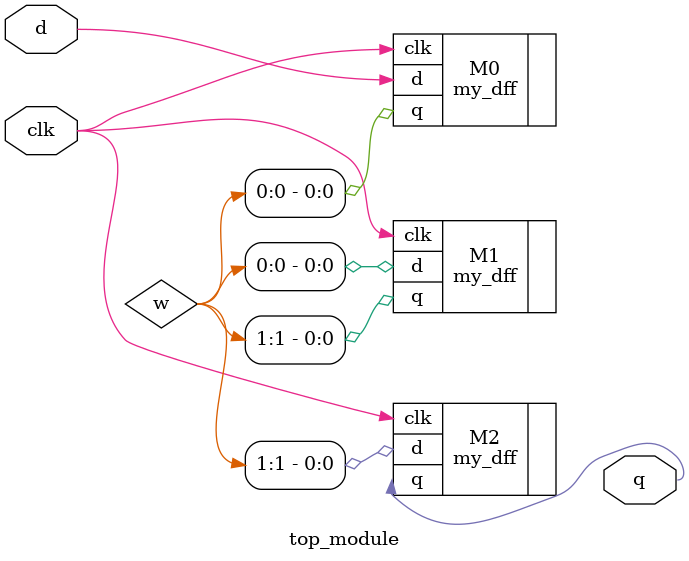
<source format=v>
module top_module(
  input clk,
  input d,
  output q);

  reg [1:0] w;
  my_dff M0 (.clk(clk),.d(d),.q(w[0]));
  my_dff M1 (.clk(clk),.d(w[0]),.q(w[1]));
  my_dff M2 (.clk(clk),.d(w[1]),.q(q));
  
endmodule

</source>
